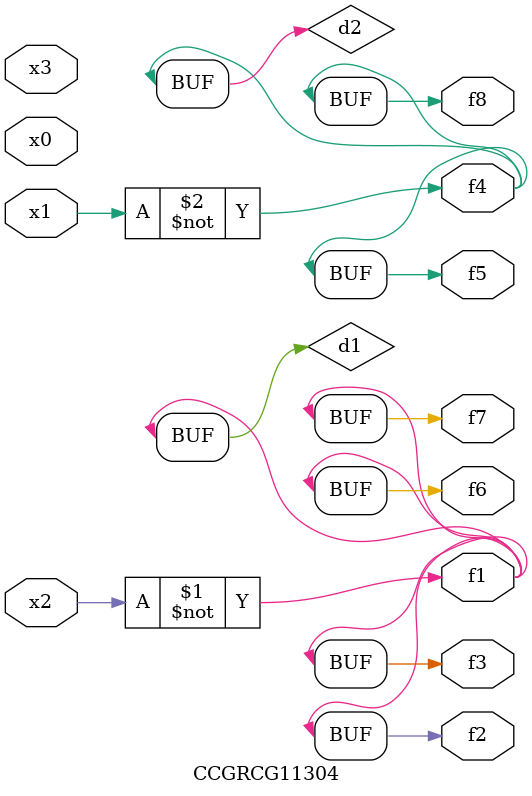
<source format=v>
module CCGRCG11304(
	input x0, x1, x2, x3,
	output f1, f2, f3, f4, f5, f6, f7, f8
);

	wire d1, d2;

	xnor (d1, x2);
	not (d2, x1);
	assign f1 = d1;
	assign f2 = d1;
	assign f3 = d1;
	assign f4 = d2;
	assign f5 = d2;
	assign f6 = d1;
	assign f7 = d1;
	assign f8 = d2;
endmodule

</source>
